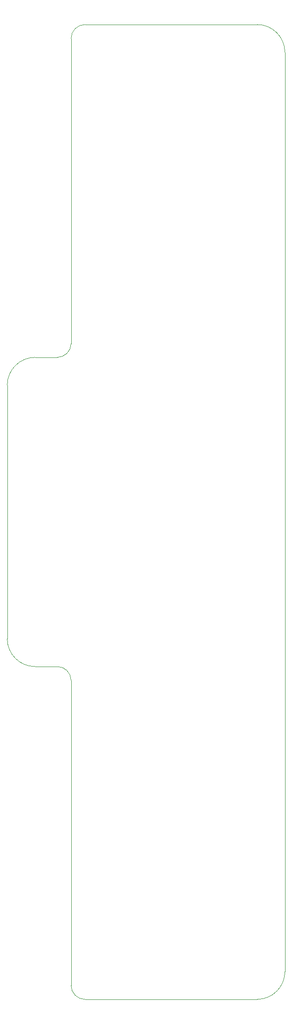
<source format=gm1>
%TF.GenerationSoftware,KiCad,Pcbnew,8.0.7*%
%TF.CreationDate,2025-02-06T08:19:00+02:00*%
%TF.ProjectId,Pico Wide GPIO Connect,5069636f-2057-4696-9465-204750494f20,V0*%
%TF.SameCoordinates,Original*%
%TF.FileFunction,Profile,NP*%
%FSLAX46Y46*%
G04 Gerber Fmt 4.6, Leading zero omitted, Abs format (unit mm)*
G04 Created by KiCad (PCBNEW 8.0.7) date 2025-02-06 08:19:00*
%MOMM*%
%LPD*%
G01*
G04 APERTURE LIST*
%TA.AperFunction,Profile*%
%ADD10C,0.100000*%
%TD*%
G04 APERTURE END LIST*
D10*
X-2032000Y-171450000D02*
X-2032000Y-115824000D01*
X508000Y3810000D02*
X32008000Y3810000D01*
X37088000Y-168910000D02*
G75*
G02*
X32008000Y-173990000I-5080000J0D01*
G01*
X-4572000Y-113284000D02*
G75*
G02*
X-2032000Y-115824000I-1J-2540001D01*
G01*
X-2032000Y1270000D02*
G75*
G02*
X508000Y3810000I2540000J0D01*
G01*
X-4572000Y-56896000D02*
X-8636000Y-56896000D01*
X-8636000Y-113284000D02*
G75*
G02*
X-13716000Y-108204000I2J5080002D01*
G01*
X-2032000Y-54356000D02*
G75*
G02*
X-4572000Y-56896000I-2540001J1D01*
G01*
X37088000Y-168910000D02*
X37088000Y-1270000D01*
X508000Y-173990000D02*
G75*
G02*
X-2032000Y-171450000I0J2540000D01*
G01*
X-13716000Y-61976000D02*
G75*
G02*
X-8636000Y-56896000I5080002J-2D01*
G01*
X-2032000Y-54356000D02*
X-2032000Y1270000D01*
X32008000Y3810000D02*
G75*
G02*
X37088000Y-1270000I0J-5080000D01*
G01*
X-13716000Y-108204000D02*
X-13716000Y-61976000D01*
X508000Y-173990000D02*
X32008000Y-173990000D01*
X-8636000Y-113284000D02*
X-4572000Y-113284000D01*
M02*

</source>
